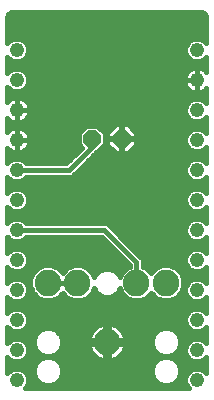
<source format=gbl>
G75*
%MOIN*%
%OFA0B0*%
%FSLAX25Y25*%
%IPPOS*%
%LPD*%
%AMOC8*
5,1,8,0,0,1.08239X$1,22.5*
%
%ADD10C,0.08858*%
%ADD11C,0.04800*%
%ADD12OC8,0.06000*%
%ADD13C,0.01600*%
D10*
X0017548Y0046526D03*
X0027391Y0046526D03*
X0037233Y0026841D03*
X0047076Y0046526D03*
X0056918Y0046526D03*
D11*
X0007233Y0014124D03*
X0007233Y0024124D03*
X0007233Y0034124D03*
X0007233Y0044124D03*
X0007233Y0054124D03*
X0007233Y0064124D03*
X0007233Y0074124D03*
X0007233Y0084124D03*
X0007233Y0094124D03*
X0007233Y0104124D03*
X0007233Y0114124D03*
X0007233Y0124124D03*
X0067233Y0124124D03*
X0067233Y0114124D03*
X0067233Y0104124D03*
X0067233Y0094124D03*
X0067233Y0084124D03*
X0067233Y0074124D03*
X0067233Y0064124D03*
X0067233Y0054124D03*
X0067233Y0044124D03*
X0067233Y0034124D03*
X0067233Y0024124D03*
X0067233Y0014124D03*
D12*
X0042233Y0094518D03*
X0032233Y0094518D03*
D13*
X0032312Y0094439D01*
X0032312Y0091801D01*
X0024635Y0084124D01*
X0007233Y0084124D01*
X0005335Y0087451D02*
X0004100Y0087451D01*
X0005081Y0087345D02*
X0004100Y0086365D01*
X0004100Y0091317D01*
X0004497Y0090920D01*
X0005032Y0090532D01*
X0005621Y0090232D01*
X0006250Y0090027D01*
X0006903Y0089924D01*
X0007233Y0089924D01*
X0007233Y0094124D01*
X0007233Y0094124D01*
X0007233Y0098324D01*
X0006903Y0098324D01*
X0006250Y0098221D01*
X0005621Y0098016D01*
X0005032Y0097716D01*
X0004497Y0097328D01*
X0004100Y0096931D01*
X0004100Y0101317D01*
X0004497Y0100920D01*
X0005032Y0100532D01*
X0005621Y0100232D01*
X0006250Y0100027D01*
X0006903Y0099924D01*
X0007233Y0099924D01*
X0007233Y0104124D01*
X0007233Y0104124D01*
X0007233Y0108324D01*
X0006903Y0108324D01*
X0006250Y0108221D01*
X0005621Y0108016D01*
X0005032Y0107716D01*
X0004497Y0107328D01*
X0004100Y0106931D01*
X0004100Y0111883D01*
X0005081Y0110903D01*
X0006477Y0110324D01*
X0007989Y0110324D01*
X0009386Y0110903D01*
X0010455Y0111971D01*
X0011033Y0113368D01*
X0011033Y0114880D01*
X0010455Y0116277D01*
X0009386Y0117345D01*
X0007989Y0117924D01*
X0006477Y0117924D01*
X0005081Y0117345D01*
X0004100Y0116365D01*
X0004100Y0121883D01*
X0005081Y0120903D01*
X0006477Y0120324D01*
X0007989Y0120324D01*
X0009386Y0120903D01*
X0010455Y0121971D01*
X0011033Y0123368D01*
X0011033Y0124880D01*
X0010455Y0126277D01*
X0009386Y0127345D01*
X0007989Y0127924D01*
X0006477Y0127924D01*
X0005081Y0127345D01*
X0004100Y0126365D01*
X0004100Y0135108D01*
X0004131Y0135428D01*
X0004376Y0136018D01*
X0004828Y0136469D01*
X0005418Y0136714D01*
X0005737Y0136745D01*
X0068729Y0136745D01*
X0069048Y0136714D01*
X0069639Y0136469D01*
X0070090Y0136018D01*
X0070335Y0135428D01*
X0070366Y0135108D01*
X0070366Y0126365D01*
X0069386Y0127345D01*
X0067989Y0127924D01*
X0066477Y0127924D01*
X0065081Y0127345D01*
X0064012Y0126277D01*
X0063433Y0124880D01*
X0063433Y0123368D01*
X0064012Y0121971D01*
X0065081Y0120903D01*
X0066477Y0120324D01*
X0067989Y0120324D01*
X0069386Y0120903D01*
X0070366Y0121883D01*
X0070366Y0116931D01*
X0069969Y0117328D01*
X0069434Y0117716D01*
X0068845Y0118016D01*
X0068217Y0118221D01*
X0067564Y0118324D01*
X0067233Y0118324D01*
X0066903Y0118324D01*
X0066250Y0118221D01*
X0065621Y0118016D01*
X0065032Y0117716D01*
X0064497Y0117328D01*
X0064029Y0116860D01*
X0063641Y0116325D01*
X0063341Y0115736D01*
X0063136Y0115108D01*
X0063033Y0114455D01*
X0063033Y0114124D01*
X0063033Y0113793D01*
X0063136Y0113141D01*
X0063341Y0112512D01*
X0063641Y0111923D01*
X0064029Y0111388D01*
X0064497Y0110920D01*
X0065032Y0110532D01*
X0065621Y0110232D01*
X0066250Y0110027D01*
X0066903Y0109924D01*
X0067233Y0109924D01*
X0067233Y0114124D01*
X0063033Y0114124D01*
X0067233Y0114124D01*
X0067233Y0114124D01*
X0067233Y0114124D01*
X0067233Y0118324D01*
X0067233Y0114124D01*
X0067233Y0114124D01*
X0067233Y0109924D01*
X0067564Y0109924D01*
X0068217Y0110027D01*
X0068845Y0110232D01*
X0069434Y0110532D01*
X0069969Y0110920D01*
X0070366Y0111317D01*
X0070366Y0106365D01*
X0069386Y0107345D01*
X0067989Y0107924D01*
X0066477Y0107924D01*
X0065081Y0107345D01*
X0064012Y0106277D01*
X0063433Y0104880D01*
X0063433Y0103368D01*
X0064012Y0101971D01*
X0065081Y0100903D01*
X0066477Y0100324D01*
X0067989Y0100324D01*
X0069386Y0100903D01*
X0070366Y0101883D01*
X0070366Y0096365D01*
X0069386Y0097345D01*
X0067989Y0097924D01*
X0066477Y0097924D01*
X0065081Y0097345D01*
X0064012Y0096277D01*
X0063433Y0094880D01*
X0063433Y0093368D01*
X0064012Y0091971D01*
X0065081Y0090903D01*
X0066477Y0090324D01*
X0067989Y0090324D01*
X0069386Y0090903D01*
X0070366Y0091883D01*
X0070366Y0086365D01*
X0069386Y0087345D01*
X0067989Y0087924D01*
X0066477Y0087924D01*
X0065081Y0087345D01*
X0064012Y0086277D01*
X0063433Y0084880D01*
X0063433Y0083368D01*
X0064012Y0081971D01*
X0065081Y0080903D01*
X0066477Y0080324D01*
X0067989Y0080324D01*
X0069386Y0080903D01*
X0070366Y0081883D01*
X0070366Y0076365D01*
X0069386Y0077345D01*
X0067989Y0077924D01*
X0066477Y0077924D01*
X0065081Y0077345D01*
X0064012Y0076277D01*
X0063433Y0074880D01*
X0063433Y0073368D01*
X0064012Y0071971D01*
X0065081Y0070903D01*
X0066477Y0070324D01*
X0067989Y0070324D01*
X0069386Y0070903D01*
X0070366Y0071883D01*
X0070366Y0066365D01*
X0069386Y0067345D01*
X0067989Y0067924D01*
X0066477Y0067924D01*
X0065081Y0067345D01*
X0064012Y0066277D01*
X0063433Y0064880D01*
X0063433Y0063368D01*
X0064012Y0061971D01*
X0065081Y0060903D01*
X0066477Y0060324D01*
X0067989Y0060324D01*
X0069386Y0060903D01*
X0070366Y0061883D01*
X0070366Y0056365D01*
X0069386Y0057345D01*
X0067989Y0057924D01*
X0066477Y0057924D01*
X0065081Y0057345D01*
X0064012Y0056277D01*
X0063433Y0054880D01*
X0063433Y0053368D01*
X0064012Y0051971D01*
X0065081Y0050903D01*
X0066477Y0050324D01*
X0067989Y0050324D01*
X0069386Y0050903D01*
X0070366Y0051883D01*
X0070366Y0046365D01*
X0069386Y0047345D01*
X0067989Y0047924D01*
X0066477Y0047924D01*
X0065081Y0047345D01*
X0064012Y0046277D01*
X0063433Y0044880D01*
X0063433Y0043368D01*
X0064012Y0041971D01*
X0065081Y0040903D01*
X0066477Y0040324D01*
X0067989Y0040324D01*
X0069386Y0040903D01*
X0070366Y0041883D01*
X0070366Y0036365D01*
X0069386Y0037345D01*
X0067989Y0037924D01*
X0066477Y0037924D01*
X0065081Y0037345D01*
X0064012Y0036277D01*
X0063433Y0034880D01*
X0063433Y0033368D01*
X0064012Y0031971D01*
X0065081Y0030903D01*
X0066477Y0030324D01*
X0067989Y0030324D01*
X0069386Y0030903D01*
X0070366Y0031883D01*
X0070366Y0026365D01*
X0069386Y0027345D01*
X0067989Y0027924D01*
X0066477Y0027924D01*
X0065081Y0027345D01*
X0064012Y0026277D01*
X0063433Y0024880D01*
X0063433Y0023368D01*
X0064012Y0021971D01*
X0065081Y0020903D01*
X0066477Y0020324D01*
X0067989Y0020324D01*
X0069386Y0020903D01*
X0070366Y0021883D01*
X0070366Y0016365D01*
X0069386Y0017345D01*
X0067989Y0017924D01*
X0066477Y0017924D01*
X0065081Y0017345D01*
X0064012Y0016277D01*
X0063433Y0014880D01*
X0063433Y0013368D01*
X0064012Y0011971D01*
X0064559Y0011424D01*
X0009907Y0011424D01*
X0010455Y0011971D01*
X0011033Y0013368D01*
X0011033Y0014880D01*
X0010455Y0016277D01*
X0009386Y0017345D01*
X0007989Y0017924D01*
X0006477Y0017924D01*
X0005081Y0017345D01*
X0004100Y0016365D01*
X0004100Y0021883D01*
X0005081Y0020903D01*
X0006477Y0020324D01*
X0007989Y0020324D01*
X0009386Y0020903D01*
X0010455Y0021971D01*
X0011033Y0023368D01*
X0011033Y0024880D01*
X0010455Y0026277D01*
X0009386Y0027345D01*
X0007989Y0027924D01*
X0006477Y0027924D01*
X0005081Y0027345D01*
X0004100Y0026365D01*
X0004100Y0031883D01*
X0005081Y0030903D01*
X0006477Y0030324D01*
X0007989Y0030324D01*
X0009386Y0030903D01*
X0010455Y0031971D01*
X0011033Y0033368D01*
X0011033Y0034880D01*
X0010455Y0036277D01*
X0009386Y0037345D01*
X0007989Y0037924D01*
X0006477Y0037924D01*
X0005081Y0037345D01*
X0004100Y0036365D01*
X0004100Y0041883D01*
X0005081Y0040903D01*
X0006477Y0040324D01*
X0007989Y0040324D01*
X0009386Y0040903D01*
X0010455Y0041971D01*
X0011033Y0043368D01*
X0011033Y0044880D01*
X0010455Y0046277D01*
X0009386Y0047345D01*
X0007989Y0047924D01*
X0006477Y0047924D01*
X0005081Y0047345D01*
X0004100Y0046365D01*
X0004100Y0051883D01*
X0005081Y0050903D01*
X0006477Y0050324D01*
X0007989Y0050324D01*
X0009386Y0050903D01*
X0010455Y0051971D01*
X0011033Y0053368D01*
X0011033Y0054880D01*
X0010455Y0056277D01*
X0009386Y0057345D01*
X0007989Y0057924D01*
X0006477Y0057924D01*
X0005081Y0057345D01*
X0004100Y0056365D01*
X0004100Y0061883D01*
X0005081Y0060903D01*
X0006477Y0060324D01*
X0007989Y0060324D01*
X0009386Y0060903D01*
X0010407Y0061924D01*
X0035456Y0061924D01*
X0044876Y0052504D01*
X0044876Y0051924D01*
X0043774Y0051467D01*
X0042134Y0049828D01*
X0041523Y0048352D01*
X0041185Y0049167D01*
X0039874Y0050478D01*
X0038160Y0051188D01*
X0036306Y0051188D01*
X0034592Y0050478D01*
X0033281Y0049167D01*
X0032943Y0048352D01*
X0032332Y0049828D01*
X0030692Y0051467D01*
X0028550Y0052355D01*
X0026231Y0052355D01*
X0024089Y0051467D01*
X0022469Y0049848D01*
X0020850Y0051467D01*
X0018708Y0052355D01*
X0016389Y0052355D01*
X0014246Y0051467D01*
X0012606Y0049828D01*
X0011719Y0047685D01*
X0011719Y0045366D01*
X0012606Y0043224D01*
X0014246Y0041584D01*
X0016389Y0040696D01*
X0018708Y0040696D01*
X0020850Y0041584D01*
X0022469Y0043203D01*
X0024089Y0041584D01*
X0026231Y0040696D01*
X0028550Y0040696D01*
X0030692Y0041584D01*
X0032332Y0043224D01*
X0032943Y0044699D01*
X0033281Y0043885D01*
X0034592Y0042573D01*
X0036306Y0041863D01*
X0038160Y0041863D01*
X0039874Y0042573D01*
X0041185Y0043885D01*
X0041523Y0044699D01*
X0042134Y0043224D01*
X0043774Y0041584D01*
X0045916Y0040696D01*
X0048235Y0040696D01*
X0050378Y0041584D01*
X0051997Y0043203D01*
X0053616Y0041584D01*
X0055759Y0040696D01*
X0058078Y0040696D01*
X0060220Y0041584D01*
X0061860Y0043224D01*
X0062747Y0045366D01*
X0062747Y0047685D01*
X0061860Y0049828D01*
X0060220Y0051467D01*
X0058078Y0052355D01*
X0055759Y0052355D01*
X0053616Y0051467D01*
X0051997Y0049848D01*
X0050378Y0051467D01*
X0049276Y0051924D01*
X0049276Y0054327D01*
X0047987Y0055615D01*
X0037278Y0066324D01*
X0010407Y0066324D01*
X0009386Y0067345D01*
X0007989Y0067924D01*
X0006477Y0067924D01*
X0005081Y0067345D01*
X0004100Y0066365D01*
X0004100Y0071883D01*
X0005081Y0070903D01*
X0006477Y0070324D01*
X0007989Y0070324D01*
X0009386Y0070903D01*
X0010455Y0071971D01*
X0011033Y0073368D01*
X0011033Y0074880D01*
X0010455Y0076277D01*
X0009386Y0077345D01*
X0007989Y0077924D01*
X0006477Y0077924D01*
X0005081Y0077345D01*
X0004100Y0076365D01*
X0004100Y0081883D01*
X0005081Y0080903D01*
X0006477Y0080324D01*
X0007989Y0080324D01*
X0009386Y0080903D01*
X0010407Y0081924D01*
X0025546Y0081924D01*
X0033223Y0089601D01*
X0033740Y0090118D01*
X0034056Y0090118D01*
X0036633Y0092695D01*
X0036633Y0096340D01*
X0034056Y0098918D01*
X0030411Y0098918D01*
X0027833Y0096340D01*
X0027833Y0092695D01*
X0028964Y0091564D01*
X0023723Y0086324D01*
X0010407Y0086324D01*
X0009386Y0087345D01*
X0007989Y0087924D01*
X0006477Y0087924D01*
X0005081Y0087345D01*
X0004100Y0089050D02*
X0026449Y0089050D01*
X0028047Y0090648D02*
X0009594Y0090648D01*
X0009434Y0090532D02*
X0009969Y0090920D01*
X0010437Y0091388D01*
X0010825Y0091923D01*
X0011125Y0092512D01*
X0011330Y0093141D01*
X0011433Y0093793D01*
X0011433Y0094124D01*
X0011433Y0094455D01*
X0011330Y0095108D01*
X0011125Y0095736D01*
X0010825Y0096325D01*
X0010437Y0096860D01*
X0009969Y0097328D01*
X0009434Y0097716D01*
X0008845Y0098016D01*
X0008217Y0098221D01*
X0007564Y0098324D01*
X0007233Y0098324D01*
X0007233Y0094124D01*
X0007233Y0094124D01*
X0007233Y0089924D01*
X0007564Y0089924D01*
X0008217Y0090027D01*
X0008845Y0090232D01*
X0009434Y0090532D01*
X0010990Y0092247D02*
X0028282Y0092247D01*
X0027833Y0093845D02*
X0011433Y0093845D01*
X0011433Y0094124D02*
X0007233Y0094124D01*
X0011433Y0094124D01*
X0011220Y0095444D02*
X0027833Y0095444D01*
X0028535Y0097042D02*
X0010255Y0097042D01*
X0008845Y0100232D02*
X0008217Y0100027D01*
X0007564Y0099924D01*
X0007233Y0099924D01*
X0007233Y0104124D01*
X0007233Y0104124D01*
X0007233Y0108324D01*
X0007564Y0108324D01*
X0008217Y0108221D01*
X0008845Y0108016D01*
X0009434Y0107716D01*
X0009969Y0107328D01*
X0010437Y0106860D01*
X0010825Y0106325D01*
X0011125Y0105736D01*
X0011330Y0105108D01*
X0011433Y0104455D01*
X0011433Y0104124D01*
X0007233Y0104124D01*
X0007233Y0104124D01*
X0011433Y0104124D01*
X0011433Y0103793D01*
X0011330Y0103141D01*
X0011125Y0102512D01*
X0010825Y0101923D01*
X0010437Y0101388D01*
X0009969Y0100920D01*
X0009434Y0100532D01*
X0008845Y0100232D01*
X0008860Y0100239D02*
X0070366Y0100239D01*
X0070321Y0101838D02*
X0070366Y0101838D01*
X0070366Y0098641D02*
X0044898Y0098641D01*
X0044221Y0099318D02*
X0042433Y0099318D01*
X0042433Y0094718D01*
X0042033Y0094718D01*
X0042033Y0099318D01*
X0040245Y0099318D01*
X0037433Y0096506D01*
X0037433Y0094718D01*
X0042033Y0094718D01*
X0042033Y0094318D01*
X0037433Y0094318D01*
X0037433Y0092529D01*
X0040245Y0089718D01*
X0042033Y0089718D01*
X0042033Y0094318D01*
X0042433Y0094318D01*
X0042433Y0094718D01*
X0047033Y0094718D01*
X0047033Y0096506D01*
X0044221Y0099318D01*
X0042433Y0098641D02*
X0042033Y0098641D01*
X0042033Y0097042D02*
X0042433Y0097042D01*
X0042433Y0095444D02*
X0042033Y0095444D01*
X0042433Y0094318D02*
X0047033Y0094318D01*
X0047033Y0092529D01*
X0044221Y0089718D01*
X0042433Y0089718D01*
X0042433Y0094318D01*
X0042433Y0093845D02*
X0042033Y0093845D01*
X0042033Y0092247D02*
X0042433Y0092247D01*
X0042433Y0090648D02*
X0042033Y0090648D01*
X0039314Y0090648D02*
X0034586Y0090648D01*
X0036184Y0092247D02*
X0037716Y0092247D01*
X0037433Y0093845D02*
X0036633Y0093845D01*
X0036633Y0095444D02*
X0037433Y0095444D01*
X0037969Y0097042D02*
X0035931Y0097042D01*
X0034333Y0098641D02*
X0039568Y0098641D01*
X0045152Y0090648D02*
X0065695Y0090648D01*
X0065335Y0087451D02*
X0031073Y0087451D01*
X0029474Y0085853D02*
X0063836Y0085853D01*
X0063433Y0084254D02*
X0027876Y0084254D01*
X0026277Y0082656D02*
X0063728Y0082656D01*
X0064926Y0081057D02*
X0009540Y0081057D01*
X0008143Y0077860D02*
X0066323Y0077860D01*
X0068143Y0077860D02*
X0070366Y0077860D01*
X0070366Y0079459D02*
X0004100Y0079459D01*
X0004100Y0077860D02*
X0006323Y0077860D01*
X0004926Y0081057D02*
X0004100Y0081057D01*
X0004100Y0090648D02*
X0004872Y0090648D01*
X0007233Y0090648D02*
X0007233Y0090648D01*
X0007233Y0092247D02*
X0007233Y0092247D01*
X0007233Y0093845D02*
X0007233Y0093845D01*
X0007233Y0094124D02*
X0007233Y0094124D01*
X0007233Y0095444D02*
X0007233Y0095444D01*
X0007233Y0097042D02*
X0007233Y0097042D01*
X0007233Y0100239D02*
X0007233Y0100239D01*
X0007233Y0101838D02*
X0007233Y0101838D01*
X0007233Y0103436D02*
X0007233Y0103436D01*
X0007233Y0105035D02*
X0007233Y0105035D01*
X0007233Y0106633D02*
X0007233Y0106633D01*
X0007233Y0108232D02*
X0007233Y0108232D01*
X0006320Y0108232D02*
X0004100Y0108232D01*
X0004100Y0109830D02*
X0070366Y0109830D01*
X0070366Y0108232D02*
X0008146Y0108232D01*
X0009912Y0111429D02*
X0064000Y0111429D01*
X0063173Y0113027D02*
X0010892Y0113027D01*
X0011033Y0114626D02*
X0063060Y0114626D01*
X0063589Y0116224D02*
X0010476Y0116224D01*
X0008233Y0117823D02*
X0065241Y0117823D01*
X0067233Y0117823D02*
X0067233Y0117823D01*
X0067233Y0116224D02*
X0067233Y0116224D01*
X0067233Y0114626D02*
X0067233Y0114626D01*
X0067233Y0113027D02*
X0067233Y0113027D01*
X0067233Y0111429D02*
X0067233Y0111429D01*
X0064368Y0106633D02*
X0010602Y0106633D01*
X0011341Y0105035D02*
X0063497Y0105035D01*
X0063433Y0103436D02*
X0011376Y0103436D01*
X0010763Y0101838D02*
X0064145Y0101838D01*
X0064777Y0097042D02*
X0046497Y0097042D01*
X0047033Y0095444D02*
X0063667Y0095444D01*
X0063433Y0093845D02*
X0047033Y0093845D01*
X0046750Y0092247D02*
X0063898Y0092247D01*
X0068771Y0090648D02*
X0070366Y0090648D01*
X0070366Y0089050D02*
X0032671Y0089050D01*
X0030133Y0098641D02*
X0004100Y0098641D01*
X0004100Y0097042D02*
X0004212Y0097042D01*
X0004100Y0100239D02*
X0005606Y0100239D01*
X0004554Y0111429D02*
X0004100Y0111429D01*
X0004100Y0117823D02*
X0006233Y0117823D01*
X0004100Y0119421D02*
X0070366Y0119421D01*
X0070366Y0121020D02*
X0069503Y0121020D01*
X0069225Y0117823D02*
X0070366Y0117823D01*
X0064963Y0121020D02*
X0009503Y0121020D01*
X0010722Y0122618D02*
X0063744Y0122618D01*
X0063433Y0124217D02*
X0011033Y0124217D01*
X0010646Y0125815D02*
X0063821Y0125815D01*
X0065246Y0127414D02*
X0009221Y0127414D01*
X0005246Y0127414D02*
X0004100Y0127414D01*
X0004100Y0129012D02*
X0070366Y0129012D01*
X0070366Y0127414D02*
X0069221Y0127414D01*
X0070366Y0130611D02*
X0004100Y0130611D01*
X0004100Y0132209D02*
X0070366Y0132209D01*
X0070366Y0133808D02*
X0004100Y0133808D01*
X0004129Y0135406D02*
X0070337Y0135406D01*
X0070098Y0106633D02*
X0070366Y0106633D01*
X0070366Y0097042D02*
X0069689Y0097042D01*
X0069131Y0087451D02*
X0070366Y0087451D01*
X0070366Y0081057D02*
X0069540Y0081057D01*
X0069949Y0071466D02*
X0070366Y0071466D01*
X0070366Y0069867D02*
X0004100Y0069867D01*
X0004100Y0068269D02*
X0070366Y0068269D01*
X0070366Y0066670D02*
X0070061Y0066670D01*
X0070358Y0061875D02*
X0070366Y0061875D01*
X0070366Y0060276D02*
X0043326Y0060276D01*
X0044924Y0058678D02*
X0070366Y0058678D01*
X0070366Y0057079D02*
X0069652Y0057079D01*
X0070366Y0050685D02*
X0068861Y0050685D01*
X0070366Y0049087D02*
X0062167Y0049087D01*
X0062747Y0047488D02*
X0065425Y0047488D01*
X0063851Y0045890D02*
X0062747Y0045890D01*
X0062302Y0044291D02*
X0063433Y0044291D01*
X0063713Y0042693D02*
X0061329Y0042693D01*
X0059038Y0041094D02*
X0064889Y0041094D01*
X0066413Y0037897D02*
X0008054Y0037897D01*
X0006413Y0037897D02*
X0004100Y0037897D01*
X0004100Y0039496D02*
X0070366Y0039496D01*
X0070366Y0041094D02*
X0069577Y0041094D01*
X0070366Y0037897D02*
X0068054Y0037897D01*
X0069986Y0031503D02*
X0070366Y0031503D01*
X0070366Y0029905D02*
X0060447Y0029905D01*
X0060871Y0029481D02*
X0059559Y0030793D01*
X0057845Y0031503D01*
X0055991Y0031503D01*
X0054277Y0030793D01*
X0052966Y0029481D01*
X0052256Y0027768D01*
X0052256Y0025913D01*
X0052966Y0024200D01*
X0054277Y0022888D01*
X0055991Y0022178D01*
X0057845Y0022178D01*
X0059559Y0022888D01*
X0060871Y0024200D01*
X0061580Y0025913D01*
X0061580Y0027768D01*
X0060871Y0029481D01*
X0061357Y0028306D02*
X0070366Y0028306D01*
X0070366Y0026708D02*
X0070023Y0026708D01*
X0070366Y0020314D02*
X0060196Y0020314D01*
X0059559Y0020950D02*
X0057845Y0021660D01*
X0055991Y0021660D01*
X0054277Y0020950D01*
X0052966Y0019639D01*
X0052256Y0017925D01*
X0052256Y0016071D01*
X0052966Y0014357D01*
X0054277Y0013046D01*
X0055991Y0012336D01*
X0057845Y0012336D01*
X0059559Y0013046D01*
X0060871Y0014357D01*
X0061580Y0016071D01*
X0061580Y0017925D01*
X0060871Y0019639D01*
X0059559Y0020950D01*
X0060182Y0023511D02*
X0063433Y0023511D01*
X0064071Y0021912D02*
X0041047Y0021912D01*
X0041291Y0022089D02*
X0041984Y0022783D01*
X0042561Y0023576D01*
X0043006Y0024449D01*
X0043309Y0025382D01*
X0043433Y0026164D01*
X0037910Y0026164D01*
X0037910Y0027517D01*
X0043433Y0027517D01*
X0043309Y0028299D01*
X0043006Y0029232D01*
X0042561Y0030105D01*
X0041984Y0030899D01*
X0041291Y0031592D01*
X0040498Y0032168D01*
X0039624Y0032613D01*
X0038692Y0032916D01*
X0037909Y0033040D01*
X0037909Y0027517D01*
X0036557Y0027517D01*
X0036557Y0033040D01*
X0035774Y0032916D01*
X0034842Y0032613D01*
X0033968Y0032168D01*
X0033175Y0031592D01*
X0032482Y0030899D01*
X0031905Y0030105D01*
X0031460Y0029232D01*
X0031157Y0028299D01*
X0031033Y0027517D01*
X0036557Y0027517D01*
X0036557Y0026164D01*
X0037909Y0026164D01*
X0037909Y0020641D01*
X0038692Y0020765D01*
X0039624Y0021068D01*
X0040498Y0021513D01*
X0041291Y0022089D01*
X0042513Y0023511D02*
X0053655Y0023511D01*
X0052589Y0025109D02*
X0043220Y0025109D01*
X0043307Y0028306D02*
X0052479Y0028306D01*
X0052256Y0026708D02*
X0037910Y0026708D01*
X0036557Y0026708D02*
X0022210Y0026708D01*
X0022210Y0025913D02*
X0022210Y0027768D01*
X0021500Y0029481D01*
X0020189Y0030793D01*
X0018475Y0031503D01*
X0016621Y0031503D01*
X0014907Y0030793D01*
X0013596Y0029481D01*
X0012886Y0027768D01*
X0012886Y0025913D01*
X0013596Y0024200D01*
X0014907Y0022888D01*
X0016621Y0022178D01*
X0018475Y0022178D01*
X0020189Y0022888D01*
X0021500Y0024200D01*
X0022210Y0025913D01*
X0021877Y0025109D02*
X0031246Y0025109D01*
X0031157Y0025382D02*
X0031460Y0024449D01*
X0031905Y0023576D01*
X0032482Y0022783D01*
X0033175Y0022089D01*
X0033968Y0021513D01*
X0034842Y0021068D01*
X0035774Y0020765D01*
X0036557Y0020641D01*
X0036557Y0026164D01*
X0031033Y0026164D01*
X0031157Y0025382D01*
X0031953Y0023511D02*
X0020811Y0023511D01*
X0020189Y0020950D02*
X0018475Y0021660D01*
X0016621Y0021660D01*
X0014907Y0020950D01*
X0013596Y0019639D01*
X0012886Y0017925D01*
X0012886Y0016071D01*
X0013596Y0014357D01*
X0014907Y0013046D01*
X0016621Y0012336D01*
X0018475Y0012336D01*
X0020189Y0013046D01*
X0021500Y0014357D01*
X0022210Y0016071D01*
X0022210Y0017925D01*
X0021500Y0019639D01*
X0020189Y0020950D01*
X0020826Y0020314D02*
X0053640Y0020314D01*
X0052583Y0018715D02*
X0021883Y0018715D01*
X0022210Y0017117D02*
X0052256Y0017117D01*
X0052485Y0015518D02*
X0021981Y0015518D01*
X0021063Y0013920D02*
X0053403Y0013920D01*
X0060433Y0013920D02*
X0063433Y0013920D01*
X0063697Y0015518D02*
X0061351Y0015518D01*
X0061580Y0017117D02*
X0064852Y0017117D01*
X0063867Y0012321D02*
X0010599Y0012321D01*
X0011033Y0013920D02*
X0014033Y0013920D01*
X0013115Y0015518D02*
X0010769Y0015518D01*
X0009615Y0017117D02*
X0012886Y0017117D01*
X0013213Y0018715D02*
X0004100Y0018715D01*
X0004100Y0017117D02*
X0004852Y0017117D01*
X0004100Y0020314D02*
X0014270Y0020314D01*
X0014285Y0023511D02*
X0011033Y0023511D01*
X0010395Y0021912D02*
X0033419Y0021912D01*
X0036557Y0021912D02*
X0037909Y0021912D01*
X0037909Y0023511D02*
X0036557Y0023511D01*
X0036557Y0025109D02*
X0037909Y0025109D01*
X0037909Y0028306D02*
X0036557Y0028306D01*
X0036557Y0029905D02*
X0037909Y0029905D01*
X0037909Y0031503D02*
X0036557Y0031503D01*
X0033086Y0031503D02*
X0009986Y0031503D01*
X0010923Y0033102D02*
X0063543Y0033102D01*
X0063433Y0034700D02*
X0011033Y0034700D01*
X0010432Y0036299D02*
X0064034Y0036299D01*
X0064480Y0031503D02*
X0041380Y0031503D01*
X0042663Y0029905D02*
X0053389Y0029905D01*
X0054798Y0041094D02*
X0049195Y0041094D01*
X0051486Y0042693D02*
X0052507Y0042693D01*
X0052834Y0050685D02*
X0051159Y0050685D01*
X0049276Y0052284D02*
X0055587Y0052284D01*
X0058249Y0052284D02*
X0063882Y0052284D01*
X0063433Y0053882D02*
X0049276Y0053882D01*
X0048121Y0055481D02*
X0063682Y0055481D01*
X0064814Y0057079D02*
X0046523Y0057079D01*
X0047076Y0053415D02*
X0047076Y0046526D01*
X0044956Y0041094D02*
X0029510Y0041094D01*
X0031801Y0042693D02*
X0034473Y0042693D01*
X0033112Y0044291D02*
X0032774Y0044291D01*
X0032639Y0049087D02*
X0033248Y0049087D01*
X0031474Y0050685D02*
X0035093Y0050685D01*
X0039374Y0050685D02*
X0042992Y0050685D01*
X0041827Y0049087D02*
X0041219Y0049087D01*
X0041354Y0044291D02*
X0041692Y0044291D01*
X0042665Y0042693D02*
X0039994Y0042693D01*
X0044876Y0052284D02*
X0028721Y0052284D01*
X0026060Y0052284D02*
X0018879Y0052284D01*
X0016217Y0052284D02*
X0010584Y0052284D01*
X0011033Y0053882D02*
X0043497Y0053882D01*
X0041899Y0055481D02*
X0010784Y0055481D01*
X0009652Y0057079D02*
X0040300Y0057079D01*
X0038702Y0058678D02*
X0004100Y0058678D01*
X0004100Y0060276D02*
X0037103Y0060276D01*
X0035505Y0061875D02*
X0010358Y0061875D01*
X0007233Y0064124D02*
X0036367Y0064124D01*
X0047076Y0053415D01*
X0041727Y0061875D02*
X0064108Y0061875D01*
X0063433Y0063473D02*
X0040129Y0063473D01*
X0038530Y0065072D02*
X0063513Y0065072D01*
X0064405Y0066670D02*
X0010061Y0066670D01*
X0009949Y0071466D02*
X0064517Y0071466D01*
X0063559Y0073064D02*
X0010907Y0073064D01*
X0011033Y0074663D02*
X0063433Y0074663D01*
X0064005Y0076261D02*
X0010461Y0076261D01*
X0004517Y0071466D02*
X0004100Y0071466D01*
X0004100Y0066670D02*
X0004405Y0066670D01*
X0004100Y0061875D02*
X0004108Y0061875D01*
X0004100Y0057079D02*
X0004814Y0057079D01*
X0004100Y0050685D02*
X0005605Y0050685D01*
X0004100Y0049087D02*
X0012300Y0049087D01*
X0011719Y0047488D02*
X0009041Y0047488D01*
X0010615Y0045890D02*
X0011719Y0045890D01*
X0012164Y0044291D02*
X0011033Y0044291D01*
X0010753Y0042693D02*
X0013137Y0042693D01*
X0015428Y0041094D02*
X0009577Y0041094D01*
X0005425Y0047488D02*
X0004100Y0047488D01*
X0004100Y0041094D02*
X0004889Y0041094D01*
X0004480Y0031503D02*
X0004100Y0031503D01*
X0004100Y0029905D02*
X0014019Y0029905D01*
X0013109Y0028306D02*
X0004100Y0028306D01*
X0004100Y0026708D02*
X0004443Y0026708D01*
X0010023Y0026708D02*
X0012886Y0026708D01*
X0013219Y0025109D02*
X0010938Y0025109D01*
X0019668Y0041094D02*
X0025271Y0041094D01*
X0022980Y0042693D02*
X0021959Y0042693D01*
X0017548Y0046526D02*
X0027391Y0046526D01*
X0023307Y0050685D02*
X0021632Y0050685D01*
X0013464Y0050685D02*
X0008861Y0050685D01*
X0021077Y0029905D02*
X0031803Y0029905D01*
X0031160Y0028306D02*
X0021987Y0028306D01*
X0024850Y0087451D02*
X0009131Y0087451D01*
X0004963Y0121020D02*
X0004100Y0121020D01*
X0061002Y0050685D02*
X0065605Y0050685D01*
X0069041Y0047488D02*
X0070366Y0047488D01*
X0064443Y0026708D02*
X0061580Y0026708D01*
X0061247Y0025109D02*
X0063528Y0025109D01*
X0061253Y0018715D02*
X0070366Y0018715D01*
X0070366Y0017117D02*
X0069615Y0017117D01*
M02*

</source>
